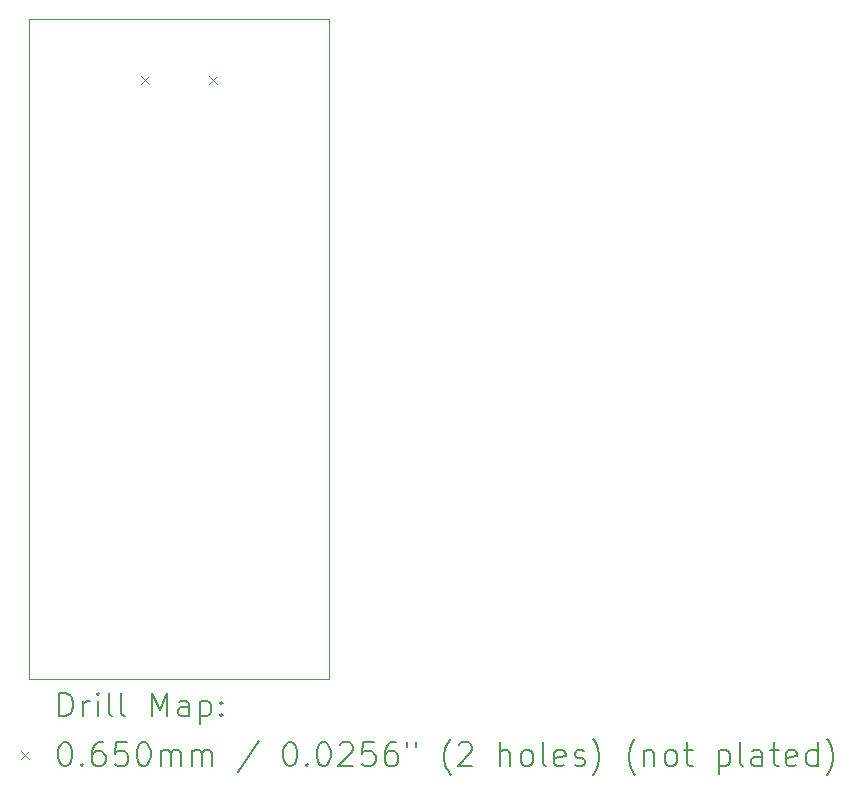
<source format=gbr>
%TF.GenerationSoftware,KiCad,Pcbnew,8.0.3*%
%TF.CreationDate,2024-07-23T22:42:39-04:00*%
%TF.ProjectId,RP2040 Custom,52503230-3430-4204-9375-73746f6d2e6b,rev?*%
%TF.SameCoordinates,Original*%
%TF.FileFunction,Drillmap*%
%TF.FilePolarity,Positive*%
%FSLAX45Y45*%
G04 Gerber Fmt 4.5, Leading zero omitted, Abs format (unit mm)*
G04 Created by KiCad (PCBNEW 8.0.3) date 2024-07-23 22:42:39*
%MOMM*%
%LPD*%
G01*
G04 APERTURE LIST*
%ADD10C,0.050000*%
%ADD11C,0.200000*%
%ADD12C,0.100000*%
G04 APERTURE END LIST*
D10*
X12700000Y-4318000D02*
X15240000Y-4318000D01*
X15240000Y-9906000D01*
X12700000Y-9906000D01*
X12700000Y-4318000D01*
D11*
D12*
X13648500Y-4800000D02*
X13713500Y-4865000D01*
X13713500Y-4800000D02*
X13648500Y-4865000D01*
X14226500Y-4800000D02*
X14291500Y-4865000D01*
X14291500Y-4800000D02*
X14226500Y-4865000D01*
D11*
X12958277Y-10219984D02*
X12958277Y-10019984D01*
X12958277Y-10019984D02*
X13005896Y-10019984D01*
X13005896Y-10019984D02*
X13034467Y-10029508D01*
X13034467Y-10029508D02*
X13053515Y-10048555D01*
X13053515Y-10048555D02*
X13063039Y-10067603D01*
X13063039Y-10067603D02*
X13072562Y-10105698D01*
X13072562Y-10105698D02*
X13072562Y-10134270D01*
X13072562Y-10134270D02*
X13063039Y-10172365D01*
X13063039Y-10172365D02*
X13053515Y-10191412D01*
X13053515Y-10191412D02*
X13034467Y-10210460D01*
X13034467Y-10210460D02*
X13005896Y-10219984D01*
X13005896Y-10219984D02*
X12958277Y-10219984D01*
X13158277Y-10219984D02*
X13158277Y-10086650D01*
X13158277Y-10124746D02*
X13167801Y-10105698D01*
X13167801Y-10105698D02*
X13177324Y-10096174D01*
X13177324Y-10096174D02*
X13196372Y-10086650D01*
X13196372Y-10086650D02*
X13215420Y-10086650D01*
X13282086Y-10219984D02*
X13282086Y-10086650D01*
X13282086Y-10019984D02*
X13272562Y-10029508D01*
X13272562Y-10029508D02*
X13282086Y-10039031D01*
X13282086Y-10039031D02*
X13291610Y-10029508D01*
X13291610Y-10029508D02*
X13282086Y-10019984D01*
X13282086Y-10019984D02*
X13282086Y-10039031D01*
X13405896Y-10219984D02*
X13386848Y-10210460D01*
X13386848Y-10210460D02*
X13377324Y-10191412D01*
X13377324Y-10191412D02*
X13377324Y-10019984D01*
X13510658Y-10219984D02*
X13491610Y-10210460D01*
X13491610Y-10210460D02*
X13482086Y-10191412D01*
X13482086Y-10191412D02*
X13482086Y-10019984D01*
X13739229Y-10219984D02*
X13739229Y-10019984D01*
X13739229Y-10019984D02*
X13805896Y-10162841D01*
X13805896Y-10162841D02*
X13872562Y-10019984D01*
X13872562Y-10019984D02*
X13872562Y-10219984D01*
X14053515Y-10219984D02*
X14053515Y-10115222D01*
X14053515Y-10115222D02*
X14043991Y-10096174D01*
X14043991Y-10096174D02*
X14024943Y-10086650D01*
X14024943Y-10086650D02*
X13986848Y-10086650D01*
X13986848Y-10086650D02*
X13967801Y-10096174D01*
X14053515Y-10210460D02*
X14034467Y-10219984D01*
X14034467Y-10219984D02*
X13986848Y-10219984D01*
X13986848Y-10219984D02*
X13967801Y-10210460D01*
X13967801Y-10210460D02*
X13958277Y-10191412D01*
X13958277Y-10191412D02*
X13958277Y-10172365D01*
X13958277Y-10172365D02*
X13967801Y-10153317D01*
X13967801Y-10153317D02*
X13986848Y-10143793D01*
X13986848Y-10143793D02*
X14034467Y-10143793D01*
X14034467Y-10143793D02*
X14053515Y-10134270D01*
X14148753Y-10086650D02*
X14148753Y-10286650D01*
X14148753Y-10096174D02*
X14167801Y-10086650D01*
X14167801Y-10086650D02*
X14205896Y-10086650D01*
X14205896Y-10086650D02*
X14224943Y-10096174D01*
X14224943Y-10096174D02*
X14234467Y-10105698D01*
X14234467Y-10105698D02*
X14243991Y-10124746D01*
X14243991Y-10124746D02*
X14243991Y-10181889D01*
X14243991Y-10181889D02*
X14234467Y-10200936D01*
X14234467Y-10200936D02*
X14224943Y-10210460D01*
X14224943Y-10210460D02*
X14205896Y-10219984D01*
X14205896Y-10219984D02*
X14167801Y-10219984D01*
X14167801Y-10219984D02*
X14148753Y-10210460D01*
X14329705Y-10200936D02*
X14339229Y-10210460D01*
X14339229Y-10210460D02*
X14329705Y-10219984D01*
X14329705Y-10219984D02*
X14320182Y-10210460D01*
X14320182Y-10210460D02*
X14329705Y-10200936D01*
X14329705Y-10200936D02*
X14329705Y-10219984D01*
X14329705Y-10096174D02*
X14339229Y-10105698D01*
X14339229Y-10105698D02*
X14329705Y-10115222D01*
X14329705Y-10115222D02*
X14320182Y-10105698D01*
X14320182Y-10105698D02*
X14329705Y-10096174D01*
X14329705Y-10096174D02*
X14329705Y-10115222D01*
D12*
X12632500Y-10516000D02*
X12697500Y-10581000D01*
X12697500Y-10516000D02*
X12632500Y-10581000D01*
D11*
X12996372Y-10439984D02*
X13015420Y-10439984D01*
X13015420Y-10439984D02*
X13034467Y-10449508D01*
X13034467Y-10449508D02*
X13043991Y-10459031D01*
X13043991Y-10459031D02*
X13053515Y-10478079D01*
X13053515Y-10478079D02*
X13063039Y-10516174D01*
X13063039Y-10516174D02*
X13063039Y-10563793D01*
X13063039Y-10563793D02*
X13053515Y-10601889D01*
X13053515Y-10601889D02*
X13043991Y-10620936D01*
X13043991Y-10620936D02*
X13034467Y-10630460D01*
X13034467Y-10630460D02*
X13015420Y-10639984D01*
X13015420Y-10639984D02*
X12996372Y-10639984D01*
X12996372Y-10639984D02*
X12977324Y-10630460D01*
X12977324Y-10630460D02*
X12967801Y-10620936D01*
X12967801Y-10620936D02*
X12958277Y-10601889D01*
X12958277Y-10601889D02*
X12948753Y-10563793D01*
X12948753Y-10563793D02*
X12948753Y-10516174D01*
X12948753Y-10516174D02*
X12958277Y-10478079D01*
X12958277Y-10478079D02*
X12967801Y-10459031D01*
X12967801Y-10459031D02*
X12977324Y-10449508D01*
X12977324Y-10449508D02*
X12996372Y-10439984D01*
X13148753Y-10620936D02*
X13158277Y-10630460D01*
X13158277Y-10630460D02*
X13148753Y-10639984D01*
X13148753Y-10639984D02*
X13139229Y-10630460D01*
X13139229Y-10630460D02*
X13148753Y-10620936D01*
X13148753Y-10620936D02*
X13148753Y-10639984D01*
X13329705Y-10439984D02*
X13291610Y-10439984D01*
X13291610Y-10439984D02*
X13272562Y-10449508D01*
X13272562Y-10449508D02*
X13263039Y-10459031D01*
X13263039Y-10459031D02*
X13243991Y-10487603D01*
X13243991Y-10487603D02*
X13234467Y-10525698D01*
X13234467Y-10525698D02*
X13234467Y-10601889D01*
X13234467Y-10601889D02*
X13243991Y-10620936D01*
X13243991Y-10620936D02*
X13253515Y-10630460D01*
X13253515Y-10630460D02*
X13272562Y-10639984D01*
X13272562Y-10639984D02*
X13310658Y-10639984D01*
X13310658Y-10639984D02*
X13329705Y-10630460D01*
X13329705Y-10630460D02*
X13339229Y-10620936D01*
X13339229Y-10620936D02*
X13348753Y-10601889D01*
X13348753Y-10601889D02*
X13348753Y-10554270D01*
X13348753Y-10554270D02*
X13339229Y-10535222D01*
X13339229Y-10535222D02*
X13329705Y-10525698D01*
X13329705Y-10525698D02*
X13310658Y-10516174D01*
X13310658Y-10516174D02*
X13272562Y-10516174D01*
X13272562Y-10516174D02*
X13253515Y-10525698D01*
X13253515Y-10525698D02*
X13243991Y-10535222D01*
X13243991Y-10535222D02*
X13234467Y-10554270D01*
X13529705Y-10439984D02*
X13434467Y-10439984D01*
X13434467Y-10439984D02*
X13424943Y-10535222D01*
X13424943Y-10535222D02*
X13434467Y-10525698D01*
X13434467Y-10525698D02*
X13453515Y-10516174D01*
X13453515Y-10516174D02*
X13501134Y-10516174D01*
X13501134Y-10516174D02*
X13520182Y-10525698D01*
X13520182Y-10525698D02*
X13529705Y-10535222D01*
X13529705Y-10535222D02*
X13539229Y-10554270D01*
X13539229Y-10554270D02*
X13539229Y-10601889D01*
X13539229Y-10601889D02*
X13529705Y-10620936D01*
X13529705Y-10620936D02*
X13520182Y-10630460D01*
X13520182Y-10630460D02*
X13501134Y-10639984D01*
X13501134Y-10639984D02*
X13453515Y-10639984D01*
X13453515Y-10639984D02*
X13434467Y-10630460D01*
X13434467Y-10630460D02*
X13424943Y-10620936D01*
X13663039Y-10439984D02*
X13682086Y-10439984D01*
X13682086Y-10439984D02*
X13701134Y-10449508D01*
X13701134Y-10449508D02*
X13710658Y-10459031D01*
X13710658Y-10459031D02*
X13720182Y-10478079D01*
X13720182Y-10478079D02*
X13729705Y-10516174D01*
X13729705Y-10516174D02*
X13729705Y-10563793D01*
X13729705Y-10563793D02*
X13720182Y-10601889D01*
X13720182Y-10601889D02*
X13710658Y-10620936D01*
X13710658Y-10620936D02*
X13701134Y-10630460D01*
X13701134Y-10630460D02*
X13682086Y-10639984D01*
X13682086Y-10639984D02*
X13663039Y-10639984D01*
X13663039Y-10639984D02*
X13643991Y-10630460D01*
X13643991Y-10630460D02*
X13634467Y-10620936D01*
X13634467Y-10620936D02*
X13624943Y-10601889D01*
X13624943Y-10601889D02*
X13615420Y-10563793D01*
X13615420Y-10563793D02*
X13615420Y-10516174D01*
X13615420Y-10516174D02*
X13624943Y-10478079D01*
X13624943Y-10478079D02*
X13634467Y-10459031D01*
X13634467Y-10459031D02*
X13643991Y-10449508D01*
X13643991Y-10449508D02*
X13663039Y-10439984D01*
X13815420Y-10639984D02*
X13815420Y-10506650D01*
X13815420Y-10525698D02*
X13824943Y-10516174D01*
X13824943Y-10516174D02*
X13843991Y-10506650D01*
X13843991Y-10506650D02*
X13872563Y-10506650D01*
X13872563Y-10506650D02*
X13891610Y-10516174D01*
X13891610Y-10516174D02*
X13901134Y-10535222D01*
X13901134Y-10535222D02*
X13901134Y-10639984D01*
X13901134Y-10535222D02*
X13910658Y-10516174D01*
X13910658Y-10516174D02*
X13929705Y-10506650D01*
X13929705Y-10506650D02*
X13958277Y-10506650D01*
X13958277Y-10506650D02*
X13977324Y-10516174D01*
X13977324Y-10516174D02*
X13986848Y-10535222D01*
X13986848Y-10535222D02*
X13986848Y-10639984D01*
X14082086Y-10639984D02*
X14082086Y-10506650D01*
X14082086Y-10525698D02*
X14091610Y-10516174D01*
X14091610Y-10516174D02*
X14110658Y-10506650D01*
X14110658Y-10506650D02*
X14139229Y-10506650D01*
X14139229Y-10506650D02*
X14158277Y-10516174D01*
X14158277Y-10516174D02*
X14167801Y-10535222D01*
X14167801Y-10535222D02*
X14167801Y-10639984D01*
X14167801Y-10535222D02*
X14177324Y-10516174D01*
X14177324Y-10516174D02*
X14196372Y-10506650D01*
X14196372Y-10506650D02*
X14224943Y-10506650D01*
X14224943Y-10506650D02*
X14243991Y-10516174D01*
X14243991Y-10516174D02*
X14253515Y-10535222D01*
X14253515Y-10535222D02*
X14253515Y-10639984D01*
X14643991Y-10430460D02*
X14472563Y-10687603D01*
X14901134Y-10439984D02*
X14920182Y-10439984D01*
X14920182Y-10439984D02*
X14939229Y-10449508D01*
X14939229Y-10449508D02*
X14948753Y-10459031D01*
X14948753Y-10459031D02*
X14958277Y-10478079D01*
X14958277Y-10478079D02*
X14967801Y-10516174D01*
X14967801Y-10516174D02*
X14967801Y-10563793D01*
X14967801Y-10563793D02*
X14958277Y-10601889D01*
X14958277Y-10601889D02*
X14948753Y-10620936D01*
X14948753Y-10620936D02*
X14939229Y-10630460D01*
X14939229Y-10630460D02*
X14920182Y-10639984D01*
X14920182Y-10639984D02*
X14901134Y-10639984D01*
X14901134Y-10639984D02*
X14882086Y-10630460D01*
X14882086Y-10630460D02*
X14872563Y-10620936D01*
X14872563Y-10620936D02*
X14863039Y-10601889D01*
X14863039Y-10601889D02*
X14853515Y-10563793D01*
X14853515Y-10563793D02*
X14853515Y-10516174D01*
X14853515Y-10516174D02*
X14863039Y-10478079D01*
X14863039Y-10478079D02*
X14872563Y-10459031D01*
X14872563Y-10459031D02*
X14882086Y-10449508D01*
X14882086Y-10449508D02*
X14901134Y-10439984D01*
X15053515Y-10620936D02*
X15063039Y-10630460D01*
X15063039Y-10630460D02*
X15053515Y-10639984D01*
X15053515Y-10639984D02*
X15043991Y-10630460D01*
X15043991Y-10630460D02*
X15053515Y-10620936D01*
X15053515Y-10620936D02*
X15053515Y-10639984D01*
X15186848Y-10439984D02*
X15205896Y-10439984D01*
X15205896Y-10439984D02*
X15224944Y-10449508D01*
X15224944Y-10449508D02*
X15234467Y-10459031D01*
X15234467Y-10459031D02*
X15243991Y-10478079D01*
X15243991Y-10478079D02*
X15253515Y-10516174D01*
X15253515Y-10516174D02*
X15253515Y-10563793D01*
X15253515Y-10563793D02*
X15243991Y-10601889D01*
X15243991Y-10601889D02*
X15234467Y-10620936D01*
X15234467Y-10620936D02*
X15224944Y-10630460D01*
X15224944Y-10630460D02*
X15205896Y-10639984D01*
X15205896Y-10639984D02*
X15186848Y-10639984D01*
X15186848Y-10639984D02*
X15167801Y-10630460D01*
X15167801Y-10630460D02*
X15158277Y-10620936D01*
X15158277Y-10620936D02*
X15148753Y-10601889D01*
X15148753Y-10601889D02*
X15139229Y-10563793D01*
X15139229Y-10563793D02*
X15139229Y-10516174D01*
X15139229Y-10516174D02*
X15148753Y-10478079D01*
X15148753Y-10478079D02*
X15158277Y-10459031D01*
X15158277Y-10459031D02*
X15167801Y-10449508D01*
X15167801Y-10449508D02*
X15186848Y-10439984D01*
X15329706Y-10459031D02*
X15339229Y-10449508D01*
X15339229Y-10449508D02*
X15358277Y-10439984D01*
X15358277Y-10439984D02*
X15405896Y-10439984D01*
X15405896Y-10439984D02*
X15424944Y-10449508D01*
X15424944Y-10449508D02*
X15434467Y-10459031D01*
X15434467Y-10459031D02*
X15443991Y-10478079D01*
X15443991Y-10478079D02*
X15443991Y-10497127D01*
X15443991Y-10497127D02*
X15434467Y-10525698D01*
X15434467Y-10525698D02*
X15320182Y-10639984D01*
X15320182Y-10639984D02*
X15443991Y-10639984D01*
X15624944Y-10439984D02*
X15529706Y-10439984D01*
X15529706Y-10439984D02*
X15520182Y-10535222D01*
X15520182Y-10535222D02*
X15529706Y-10525698D01*
X15529706Y-10525698D02*
X15548753Y-10516174D01*
X15548753Y-10516174D02*
X15596372Y-10516174D01*
X15596372Y-10516174D02*
X15615420Y-10525698D01*
X15615420Y-10525698D02*
X15624944Y-10535222D01*
X15624944Y-10535222D02*
X15634467Y-10554270D01*
X15634467Y-10554270D02*
X15634467Y-10601889D01*
X15634467Y-10601889D02*
X15624944Y-10620936D01*
X15624944Y-10620936D02*
X15615420Y-10630460D01*
X15615420Y-10630460D02*
X15596372Y-10639984D01*
X15596372Y-10639984D02*
X15548753Y-10639984D01*
X15548753Y-10639984D02*
X15529706Y-10630460D01*
X15529706Y-10630460D02*
X15520182Y-10620936D01*
X15805896Y-10439984D02*
X15767801Y-10439984D01*
X15767801Y-10439984D02*
X15748753Y-10449508D01*
X15748753Y-10449508D02*
X15739229Y-10459031D01*
X15739229Y-10459031D02*
X15720182Y-10487603D01*
X15720182Y-10487603D02*
X15710658Y-10525698D01*
X15710658Y-10525698D02*
X15710658Y-10601889D01*
X15710658Y-10601889D02*
X15720182Y-10620936D01*
X15720182Y-10620936D02*
X15729706Y-10630460D01*
X15729706Y-10630460D02*
X15748753Y-10639984D01*
X15748753Y-10639984D02*
X15786848Y-10639984D01*
X15786848Y-10639984D02*
X15805896Y-10630460D01*
X15805896Y-10630460D02*
X15815420Y-10620936D01*
X15815420Y-10620936D02*
X15824944Y-10601889D01*
X15824944Y-10601889D02*
X15824944Y-10554270D01*
X15824944Y-10554270D02*
X15815420Y-10535222D01*
X15815420Y-10535222D02*
X15805896Y-10525698D01*
X15805896Y-10525698D02*
X15786848Y-10516174D01*
X15786848Y-10516174D02*
X15748753Y-10516174D01*
X15748753Y-10516174D02*
X15729706Y-10525698D01*
X15729706Y-10525698D02*
X15720182Y-10535222D01*
X15720182Y-10535222D02*
X15710658Y-10554270D01*
X15901134Y-10439984D02*
X15901134Y-10478079D01*
X15977325Y-10439984D02*
X15977325Y-10478079D01*
X16272563Y-10716174D02*
X16263039Y-10706650D01*
X16263039Y-10706650D02*
X16243991Y-10678079D01*
X16243991Y-10678079D02*
X16234468Y-10659031D01*
X16234468Y-10659031D02*
X16224944Y-10630460D01*
X16224944Y-10630460D02*
X16215420Y-10582841D01*
X16215420Y-10582841D02*
X16215420Y-10544746D01*
X16215420Y-10544746D02*
X16224944Y-10497127D01*
X16224944Y-10497127D02*
X16234468Y-10468555D01*
X16234468Y-10468555D02*
X16243991Y-10449508D01*
X16243991Y-10449508D02*
X16263039Y-10420936D01*
X16263039Y-10420936D02*
X16272563Y-10411412D01*
X16339229Y-10459031D02*
X16348753Y-10449508D01*
X16348753Y-10449508D02*
X16367801Y-10439984D01*
X16367801Y-10439984D02*
X16415420Y-10439984D01*
X16415420Y-10439984D02*
X16434468Y-10449508D01*
X16434468Y-10449508D02*
X16443991Y-10459031D01*
X16443991Y-10459031D02*
X16453515Y-10478079D01*
X16453515Y-10478079D02*
X16453515Y-10497127D01*
X16453515Y-10497127D02*
X16443991Y-10525698D01*
X16443991Y-10525698D02*
X16329706Y-10639984D01*
X16329706Y-10639984D02*
X16453515Y-10639984D01*
X16691610Y-10639984D02*
X16691610Y-10439984D01*
X16777325Y-10639984D02*
X16777325Y-10535222D01*
X16777325Y-10535222D02*
X16767801Y-10516174D01*
X16767801Y-10516174D02*
X16748753Y-10506650D01*
X16748753Y-10506650D02*
X16720182Y-10506650D01*
X16720182Y-10506650D02*
X16701134Y-10516174D01*
X16701134Y-10516174D02*
X16691610Y-10525698D01*
X16901134Y-10639984D02*
X16882087Y-10630460D01*
X16882087Y-10630460D02*
X16872563Y-10620936D01*
X16872563Y-10620936D02*
X16863039Y-10601889D01*
X16863039Y-10601889D02*
X16863039Y-10544746D01*
X16863039Y-10544746D02*
X16872563Y-10525698D01*
X16872563Y-10525698D02*
X16882087Y-10516174D01*
X16882087Y-10516174D02*
X16901134Y-10506650D01*
X16901134Y-10506650D02*
X16929706Y-10506650D01*
X16929706Y-10506650D02*
X16948753Y-10516174D01*
X16948753Y-10516174D02*
X16958277Y-10525698D01*
X16958277Y-10525698D02*
X16967801Y-10544746D01*
X16967801Y-10544746D02*
X16967801Y-10601889D01*
X16967801Y-10601889D02*
X16958277Y-10620936D01*
X16958277Y-10620936D02*
X16948753Y-10630460D01*
X16948753Y-10630460D02*
X16929706Y-10639984D01*
X16929706Y-10639984D02*
X16901134Y-10639984D01*
X17082087Y-10639984D02*
X17063039Y-10630460D01*
X17063039Y-10630460D02*
X17053515Y-10611412D01*
X17053515Y-10611412D02*
X17053515Y-10439984D01*
X17234468Y-10630460D02*
X17215420Y-10639984D01*
X17215420Y-10639984D02*
X17177325Y-10639984D01*
X17177325Y-10639984D02*
X17158277Y-10630460D01*
X17158277Y-10630460D02*
X17148753Y-10611412D01*
X17148753Y-10611412D02*
X17148753Y-10535222D01*
X17148753Y-10535222D02*
X17158277Y-10516174D01*
X17158277Y-10516174D02*
X17177325Y-10506650D01*
X17177325Y-10506650D02*
X17215420Y-10506650D01*
X17215420Y-10506650D02*
X17234468Y-10516174D01*
X17234468Y-10516174D02*
X17243992Y-10535222D01*
X17243992Y-10535222D02*
X17243992Y-10554270D01*
X17243992Y-10554270D02*
X17148753Y-10573317D01*
X17320182Y-10630460D02*
X17339230Y-10639984D01*
X17339230Y-10639984D02*
X17377325Y-10639984D01*
X17377325Y-10639984D02*
X17396373Y-10630460D01*
X17396373Y-10630460D02*
X17405896Y-10611412D01*
X17405896Y-10611412D02*
X17405896Y-10601889D01*
X17405896Y-10601889D02*
X17396373Y-10582841D01*
X17396373Y-10582841D02*
X17377325Y-10573317D01*
X17377325Y-10573317D02*
X17348753Y-10573317D01*
X17348753Y-10573317D02*
X17329706Y-10563793D01*
X17329706Y-10563793D02*
X17320182Y-10544746D01*
X17320182Y-10544746D02*
X17320182Y-10535222D01*
X17320182Y-10535222D02*
X17329706Y-10516174D01*
X17329706Y-10516174D02*
X17348753Y-10506650D01*
X17348753Y-10506650D02*
X17377325Y-10506650D01*
X17377325Y-10506650D02*
X17396373Y-10516174D01*
X17472563Y-10716174D02*
X17482087Y-10706650D01*
X17482087Y-10706650D02*
X17501134Y-10678079D01*
X17501134Y-10678079D02*
X17510658Y-10659031D01*
X17510658Y-10659031D02*
X17520182Y-10630460D01*
X17520182Y-10630460D02*
X17529706Y-10582841D01*
X17529706Y-10582841D02*
X17529706Y-10544746D01*
X17529706Y-10544746D02*
X17520182Y-10497127D01*
X17520182Y-10497127D02*
X17510658Y-10468555D01*
X17510658Y-10468555D02*
X17501134Y-10449508D01*
X17501134Y-10449508D02*
X17482087Y-10420936D01*
X17482087Y-10420936D02*
X17472563Y-10411412D01*
X17834468Y-10716174D02*
X17824944Y-10706650D01*
X17824944Y-10706650D02*
X17805896Y-10678079D01*
X17805896Y-10678079D02*
X17796373Y-10659031D01*
X17796373Y-10659031D02*
X17786849Y-10630460D01*
X17786849Y-10630460D02*
X17777325Y-10582841D01*
X17777325Y-10582841D02*
X17777325Y-10544746D01*
X17777325Y-10544746D02*
X17786849Y-10497127D01*
X17786849Y-10497127D02*
X17796373Y-10468555D01*
X17796373Y-10468555D02*
X17805896Y-10449508D01*
X17805896Y-10449508D02*
X17824944Y-10420936D01*
X17824944Y-10420936D02*
X17834468Y-10411412D01*
X17910658Y-10506650D02*
X17910658Y-10639984D01*
X17910658Y-10525698D02*
X17920182Y-10516174D01*
X17920182Y-10516174D02*
X17939230Y-10506650D01*
X17939230Y-10506650D02*
X17967801Y-10506650D01*
X17967801Y-10506650D02*
X17986849Y-10516174D01*
X17986849Y-10516174D02*
X17996373Y-10535222D01*
X17996373Y-10535222D02*
X17996373Y-10639984D01*
X18120182Y-10639984D02*
X18101134Y-10630460D01*
X18101134Y-10630460D02*
X18091611Y-10620936D01*
X18091611Y-10620936D02*
X18082087Y-10601889D01*
X18082087Y-10601889D02*
X18082087Y-10544746D01*
X18082087Y-10544746D02*
X18091611Y-10525698D01*
X18091611Y-10525698D02*
X18101134Y-10516174D01*
X18101134Y-10516174D02*
X18120182Y-10506650D01*
X18120182Y-10506650D02*
X18148754Y-10506650D01*
X18148754Y-10506650D02*
X18167801Y-10516174D01*
X18167801Y-10516174D02*
X18177325Y-10525698D01*
X18177325Y-10525698D02*
X18186849Y-10544746D01*
X18186849Y-10544746D02*
X18186849Y-10601889D01*
X18186849Y-10601889D02*
X18177325Y-10620936D01*
X18177325Y-10620936D02*
X18167801Y-10630460D01*
X18167801Y-10630460D02*
X18148754Y-10639984D01*
X18148754Y-10639984D02*
X18120182Y-10639984D01*
X18243992Y-10506650D02*
X18320182Y-10506650D01*
X18272563Y-10439984D02*
X18272563Y-10611412D01*
X18272563Y-10611412D02*
X18282087Y-10630460D01*
X18282087Y-10630460D02*
X18301134Y-10639984D01*
X18301134Y-10639984D02*
X18320182Y-10639984D01*
X18539230Y-10506650D02*
X18539230Y-10706650D01*
X18539230Y-10516174D02*
X18558277Y-10506650D01*
X18558277Y-10506650D02*
X18596373Y-10506650D01*
X18596373Y-10506650D02*
X18615420Y-10516174D01*
X18615420Y-10516174D02*
X18624944Y-10525698D01*
X18624944Y-10525698D02*
X18634468Y-10544746D01*
X18634468Y-10544746D02*
X18634468Y-10601889D01*
X18634468Y-10601889D02*
X18624944Y-10620936D01*
X18624944Y-10620936D02*
X18615420Y-10630460D01*
X18615420Y-10630460D02*
X18596373Y-10639984D01*
X18596373Y-10639984D02*
X18558277Y-10639984D01*
X18558277Y-10639984D02*
X18539230Y-10630460D01*
X18748754Y-10639984D02*
X18729706Y-10630460D01*
X18729706Y-10630460D02*
X18720182Y-10611412D01*
X18720182Y-10611412D02*
X18720182Y-10439984D01*
X18910658Y-10639984D02*
X18910658Y-10535222D01*
X18910658Y-10535222D02*
X18901135Y-10516174D01*
X18901135Y-10516174D02*
X18882087Y-10506650D01*
X18882087Y-10506650D02*
X18843992Y-10506650D01*
X18843992Y-10506650D02*
X18824944Y-10516174D01*
X18910658Y-10630460D02*
X18891611Y-10639984D01*
X18891611Y-10639984D02*
X18843992Y-10639984D01*
X18843992Y-10639984D02*
X18824944Y-10630460D01*
X18824944Y-10630460D02*
X18815420Y-10611412D01*
X18815420Y-10611412D02*
X18815420Y-10592365D01*
X18815420Y-10592365D02*
X18824944Y-10573317D01*
X18824944Y-10573317D02*
X18843992Y-10563793D01*
X18843992Y-10563793D02*
X18891611Y-10563793D01*
X18891611Y-10563793D02*
X18910658Y-10554270D01*
X18977325Y-10506650D02*
X19053515Y-10506650D01*
X19005896Y-10439984D02*
X19005896Y-10611412D01*
X19005896Y-10611412D02*
X19015420Y-10630460D01*
X19015420Y-10630460D02*
X19034468Y-10639984D01*
X19034468Y-10639984D02*
X19053515Y-10639984D01*
X19196373Y-10630460D02*
X19177325Y-10639984D01*
X19177325Y-10639984D02*
X19139230Y-10639984D01*
X19139230Y-10639984D02*
X19120182Y-10630460D01*
X19120182Y-10630460D02*
X19110658Y-10611412D01*
X19110658Y-10611412D02*
X19110658Y-10535222D01*
X19110658Y-10535222D02*
X19120182Y-10516174D01*
X19120182Y-10516174D02*
X19139230Y-10506650D01*
X19139230Y-10506650D02*
X19177325Y-10506650D01*
X19177325Y-10506650D02*
X19196373Y-10516174D01*
X19196373Y-10516174D02*
X19205896Y-10535222D01*
X19205896Y-10535222D02*
X19205896Y-10554270D01*
X19205896Y-10554270D02*
X19110658Y-10573317D01*
X19377325Y-10639984D02*
X19377325Y-10439984D01*
X19377325Y-10630460D02*
X19358277Y-10639984D01*
X19358277Y-10639984D02*
X19320182Y-10639984D01*
X19320182Y-10639984D02*
X19301135Y-10630460D01*
X19301135Y-10630460D02*
X19291611Y-10620936D01*
X19291611Y-10620936D02*
X19282087Y-10601889D01*
X19282087Y-10601889D02*
X19282087Y-10544746D01*
X19282087Y-10544746D02*
X19291611Y-10525698D01*
X19291611Y-10525698D02*
X19301135Y-10516174D01*
X19301135Y-10516174D02*
X19320182Y-10506650D01*
X19320182Y-10506650D02*
X19358277Y-10506650D01*
X19358277Y-10506650D02*
X19377325Y-10516174D01*
X19453516Y-10716174D02*
X19463039Y-10706650D01*
X19463039Y-10706650D02*
X19482087Y-10678079D01*
X19482087Y-10678079D02*
X19491611Y-10659031D01*
X19491611Y-10659031D02*
X19501135Y-10630460D01*
X19501135Y-10630460D02*
X19510658Y-10582841D01*
X19510658Y-10582841D02*
X19510658Y-10544746D01*
X19510658Y-10544746D02*
X19501135Y-10497127D01*
X19501135Y-10497127D02*
X19491611Y-10468555D01*
X19491611Y-10468555D02*
X19482087Y-10449508D01*
X19482087Y-10449508D02*
X19463039Y-10420936D01*
X19463039Y-10420936D02*
X19453516Y-10411412D01*
M02*

</source>
